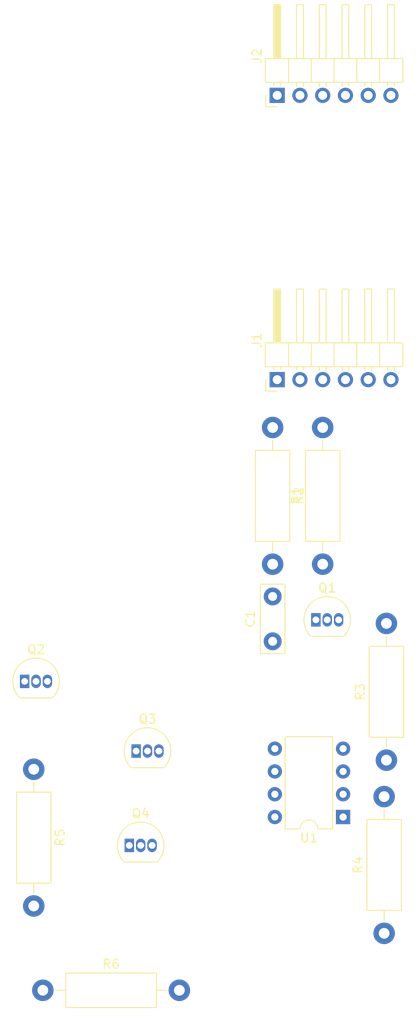
<source format=kicad_pcb>
(kicad_pcb (version 20221018) (generator pcbnew)
  (layers (0 "F.Cu" signal) (31 "B.Cu" signal) (34 "B.Paste" user) (35 "F.Paste" user) (36 "B.SilkS" user "B.Silkscreen") (37 "F.SilkS" user "F.Silkscreen") (38 "B.Mask" user) (39 "F.Mask" user) (44 "Edge.Cuts" user))
  (net 0 "")
  (net 1 "Net-(Q1-C)")
  (net 2 "GND")
  (net 3 "/Vcc")
  (net 4 "/SignalReset")
  (net 5 "/Out555")
  (net 6 "/StairStep")
  (net 7 "/SawTooth")
  (net 8 "Net-(Q1-B)")
  (net 9 "/X")
  (net 10 "Net-(Q2-B)")
  (net 11 "/Y")
  (net 12 "Net-(U1--)")
  (footprint "Capacitor_THT:C_Disc_D7.5mm_W2.5mm_P5.00mm" (layer "F.Cu") (at 70.612 50.252 90)
    (fp_text reference "C1" (at 2.5 -2.5 90) (layer "F.SilkS"))
    (fp_text value "10n")
    (fp_line (start -1.37 -1.37) (end -1.37 1.37) (stroke (width 0.12)) (layer "F.SilkS"))
    (fp_line (start -1.37 -1.37) (end 6.37 -1.37) (stroke (width 0.12)) (layer "F.SilkS"))
    (fp_line (start -1.37 1.37) (end 6.37 1.37) (stroke (width 0.12)) (layer "F.SilkS"))
    (fp_line (start 6.37 -1.37) (end 6.37 1.37) (stroke (width 0.12)) (layer "F.SilkS"))
    (pad "1" thru_hole circle (at 0 0 90) (size 2 2) (drill 1) (layers "*.Cu" "*.Mask") (net 1 "Net-(Q1-C)"))
    (pad "2" thru_hole circle (at 5 0 90) (size 2 2) (drill 1) (layers "*.Cu" "*.Mask") (net 2 "GND"))
  )
  (footprint "Package_TO_SOT_THT:TO-92_Inline" (layer "F.Cu") (at 75.438 47.858)
    (fp_text reference "Q1" (at 1.27 -3.56) (layer "F.SilkS"))
    (fp_text value "BC547")
    (fp_line (start -0.53 1.85) (end 3.07 1.85) (stroke (width 0.12)) (layer "F.SilkS"))
    (fp_arc (start -0.568478 1.838478) (mid -1.132087 -0.994977) (end 1.27 -2.6) (stroke (width 0.12)) (layer "F.SilkS"))
    (fp_arc (start 1.27 -2.6) (mid 3.672087 -0.994977) (end 3.108478 1.838478) (stroke (width 0.12)) (layer "F.SilkS"))
    (pad "1" thru_hole rect (at 0 0) (size 1.05 1.5) (drill 0.75) (layers "*.Cu" "*.Mask") (net 1 "Net-(Q1-C)"))
    (pad "2" thru_hole oval (at 1.27 0) (size 1.05 1.5) (drill 0.75) (layers "*.Cu" "*.Mask") (net 8 "Net-(Q1-B)"))
    (pad "3" thru_hole oval (at 2.54 0) (size 1.05 1.5) (drill 0.75) (layers "*.Cu" "*.Mask") (net 2 "GND"))
  )
  (footprint "Resistor_THT:R_Axial_DIN0411_L9.9mm_D3.6mm_P15.24mm_Horizontal" (layer "F.Cu") (at 43.942 64.516 -90)
    (fp_text reference "R5" (at 7.62 -2.92 90) (layer "F.SilkS"))
    (fp_text value "470k")
    (fp_line (start 1.44 0) (end 2.55 0) (stroke (width 0.12)) (layer "F.SilkS"))
    (fp_line (start 2.55 -1.92) (end 2.55 1.92) (stroke (width 0.12)) (layer "F.SilkS"))
    (fp_line (start 2.55 1.92) (end 12.69 1.92) (stroke (width 0.12)) (layer "F.SilkS"))
    (fp_line (start 12.69 -1.92) (end 2.55 -1.92) (stroke (width 0.12)) (layer "F.SilkS"))
    (fp_line (start 12.69 1.92) (end 12.69 -1.92) (stroke (width 0.12)) (layer "F.SilkS"))
    (fp_line (start 13.8 0) (end 12.69 0) (stroke (width 0.12)) (layer "F.SilkS"))
    (pad "1" thru_hole circle (at 0 0 270) (size 2.4 2.4) (drill 1.2) (layers "*.Cu" "*.Mask") (net 6 "/StairStep"))
    (pad "2" thru_hole oval (at 15.24 0 270) (size 2.4 2.4) (drill 1.2) (layers "*.Cu" "*.Mask") (net 10 "Net-(Q2-B)"))
  )
  (footprint "Package_DIP:DIP-8_W7.62mm" (layer "F.Cu") (at 78.476 69.84 180)
    (fp_text reference "U1" (at 3.81 -2.33) (layer "F.SilkS"))
    (fp_text value "MCP601-xP")
    (fp_line (start 1.16 -1.33) (end 1.16 8.95) (stroke (width 0.12)) (layer "F.SilkS"))
    (fp_line (start 1.16 8.95) (end 6.46 8.95) (stroke (width 0.12)) (layer "F.SilkS"))
    (fp_line (start 2.81 -1.33) (end 1.16 -1.33) (stroke (width 0.12)) (layer "F.SilkS"))
    (fp_line (start 6.46 -1.33) (end 4.81 -1.33) (stroke (width 0.12)) (layer "F.SilkS"))
    (fp_line (start 6.46 8.95) (end 6.46 -1.33) (stroke (width 0.12)) (layer "F.SilkS"))
    (fp_arc (start 4.81 -1.33) (mid 3.81 -0.33) (end 2.81 -1.33) (stroke (width 0.12)) (layer "F.SilkS"))
    (pad "1" thru_hole rect (at 0 0 180) (size 1.6 1.6) (drill 0.8) (layers "*.Cu" "*.Mask"))
    (pad "2" thru_hole oval (at 0 2.54 180) (size 1.6 1.6) (drill 0.8) (layers "*.Cu" "*.Mask") (net 12 "Net-(U1--)"))
    (pad "3" thru_hole oval (at 0 5.08 180) (size 1.6 1.6) (drill 0.8) (layers "*.Cu" "*.Mask") (net 1 "Net-(Q1-C)"))
    (pad "4" thru_hole oval (at 0 7.62 180) (size 1.6 1.6) (drill 0.8) (layers "*.Cu" "*.Mask") (net 2 "GND"))
    (pad "5" thru_hole oval (at 7.62 7.62 180) (size 1.6 1.6) (drill 0.8) (layers "*.Cu" "*.Mask"))
    (pad "6" thru_hole oval (at 7.62 5.08 180) (size 1.6 1.6) (drill 0.8) (layers "*.Cu" "*.Mask") (net 7 "/SawTooth"))
    (pad "7" thru_hole oval (at 7.62 2.54 180) (size 1.6 1.6) (drill 0.8) (layers "*.Cu" "*.Mask") (net 3 "/Vcc"))
    (pad "8" thru_hole oval (at 7.62 0 180) (size 1.6 1.6) (drill 0.8) (layers "*.Cu" "*.Mask"))
  )
  (footprint "Resistor_THT:R_Axial_DIN0411_L9.9mm_D3.6mm_P15.24mm_Horizontal" (layer "F.Cu") (at 70.612 26.416 -90)
    (fp_text reference "R2" (at 7.62 -2.92 90) (layer "F.SilkS"))
    (fp_text value "100k")
    (fp_line (start 1.44 0) (end 2.55 0) (stroke (width 0.12)) (layer "F.SilkS"))
    (fp_line (start 2.55 -1.92) (end 2.55 1.92) (stroke (width 0.12)) (layer "F.SilkS"))
    (fp_line (start 2.55 1.92) (end 12.69 1.92) (stroke (width 0.12)) (layer "F.SilkS"))
    (fp_line (start 12.69 -1.92) (end 2.55 -1.92) (stroke (width 0.12)) (layer "F.SilkS"))
    (fp_line (start 12.69 1.92) (end 12.69 -1.92) (stroke (width 0.12)) (layer "F.SilkS"))
    (fp_line (start 13.8 0) (end 12.69 0) (stroke (width 0.12)) (layer "F.SilkS"))
    (pad "1" thru_hole circle (at 0 0 270) (size 2.4 2.4) (drill 1.2) (layers "*.Cu" "*.Mask") (net 3 "/Vcc"))
    (pad "2" thru_hole oval (at 15.24 0 270) (size 2.4 2.4) (drill 1.2) (layers "*.Cu" "*.Mask") (net 1 "Net-(Q1-C)"))
  )
  (footprint "Resistor_THT:R_Axial_DIN0411_L9.9mm_D3.6mm_P15.24mm_Horizontal" (layer "F.Cu") (at 83.058 82.804 90)
    (fp_text reference "R4" (at 7.62 -2.92 90) (layer "F.SilkS"))
    (fp_text value "10k")
    (fp_line (start 1.44 0) (end 2.55 0) (stroke (width 0.12)) (layer "F.SilkS"))
    (fp_line (start 2.55 -1.92) (end 2.55 1.92) (stroke (width 0.12)) (layer "F.SilkS"))
    (fp_line (start 2.55 1.92) (end 12.69 1.92) (stroke (width 0.12)) (layer "F.SilkS"))
    (fp_line (start 12.69 -1.92) (end 2.55 -1.92) (stroke (width 0.12)) (layer "F.SilkS"))
    (fp_line (start 12.69 1.92) (end 12.69 -1.92) (stroke (width 0.12)) (layer "F.SilkS"))
    (fp_line (start 13.8 0) (end 12.69 0) (stroke (width 0.12)) (layer "F.SilkS"))
    (pad "1" thru_hole circle (at 0 0 90) (size 2.4 2.4) (drill 1.2) (layers "*.Cu" "*.Mask") (net 7 "/SawTooth"))
    (pad "2" thru_hole oval (at 15.24 0 90) (size 2.4 2.4) (drill 1.2) (layers "*.Cu" "*.Mask") (net 12 "Net-(U1--)"))
  )
  (footprint "Package_TO_SOT_THT:TO-92_Inline" (layer "F.Cu") (at 42.926 54.716)
    (fp_text reference "Q2" (at 1.27 -3.56) (layer "F.SilkS"))
    (fp_text value "DUT")
    (fp_line (start -0.53 1.85) (end 3.07 1.85) (stroke (width 0.12)) (layer "F.SilkS"))
    (fp_arc (start -0.568478 1.838478) (mid -1.132087 -0.994977) (end 1.27 -2.6) (stroke (width 0.12)) (layer "F.SilkS"))
    (fp_arc (start 1.27 -2.6) (mid 3.672087 -0.994977) (end 3.108478 1.838478) (stroke (width 0.12)) (layer "F.SilkS"))
    (pad "1" thru_hole rect (at 0 0) (size 1.05 1.5) (drill 0.75) (layers "*.Cu" "*.Mask") (net 9 "/X"))
    (pad "2" thru_hole oval (at 1.27 0) (size 1.05 1.5) (drill 0.75) (layers "*.Cu" "*.Mask") (net 10 "Net-(Q2-B)"))
    (pad "3" thru_hole oval (at 2.54 0) (size 1.05 1.5) (drill 0.75) (layers "*.Cu" "*.Mask") (net 2 "GND"))
  )
  (footprint "Resistor_THT:R_Axial_DIN0411_L9.9mm_D3.6mm_P15.24mm_Horizontal" (layer "F.Cu") (at 76.2 41.656 90)
    (fp_text reference "R1" (at 7.62 -2.92 90) (layer "F.SilkS"))
    (fp_text value "3.9k")
    (fp_line (start 1.44 0) (end 2.55 0) (stroke (width 0.12)) (layer "F.SilkS"))
    (fp_line (start 2.55 -1.92) (end 2.55 1.92) (stroke (width 0.12)) (layer "F.SilkS"))
    (fp_line (start 2.55 1.92) (end 12.69 1.92) (stroke (width 0.12)) (layer "F.SilkS"))
    (fp_line (start 12.69 -1.92) (end 2.55 -1.92) (stroke (width 0.12)) (layer "F.SilkS"))
    (fp_line (start 12.69 1.92) (end 12.69 -1.92) (stroke (width 0.12)) (layer "F.SilkS"))
    (fp_line (start 13.8 0) (end 12.69 0) (stroke (width 0.12)) (layer "F.SilkS"))
    (pad "1" thru_hole circle (at 0 0 90) (size 2.4 2.4) (drill 1.2) (layers "*.Cu" "*.Mask") (net 8 "Net-(Q1-B)"))
    (pad "2" thru_hole oval (at 15.24 0 90) (size 2.4 2.4) (drill 1.2) (layers "*.Cu" "*.Mask") (net 5 "/Out555"))
  )
  (footprint "Package_TO_SOT_THT:TO-92_Inline" (layer "F.Cu") (at 54.61 73.004)
    (fp_text reference "Q4" (at 1.27 -3.56) (layer "F.SilkS"))
    (fp_text value "2N2907")
    (fp_line (start -0.53 1.85) (end 3.07 1.85) (stroke (width 0.12)) (layer "F.SilkS"))
    (fp_arc (start -0.568478 1.838478) (mid -1.132087 -0.994977) (end 1.27 -2.6) (stroke (width 0.12)) (layer "F.SilkS"))
    (fp_arc (start 1.27 -2.6) (mid 3.672087 -0.994977) (end 3.108478 1.838478) (stroke (width 0.12)) (layer "F.SilkS"))
    (pad "1" thru_hole rect (at 0 0) (size 1.05 1.5) (drill 0.75) (layers "*.Cu" "*.Mask") (net 11 "/Y"))
    (pad "2" thru_hole oval (at 1.27 0) (size 1.05 1.5) (drill 0.75) (layers "*.Cu" "*.Mask") (net 9 "/X"))
    (pad "3" thru_hole oval (at 2.54 0) (size 1.05 1.5) (drill 0.75) (layers "*.Cu" "*.Mask") (net 7 "/SawTooth"))
  )
  (footprint "Connector_PinHeader_2.54mm:PinHeader_1x06_P2.54mm_Horizontal" (layer "F.Cu") (at 71.12 21.082 90)
    (fp_text reference "J1" (at 4.385 -2.27 90) (layer "F.SilkS"))
    (fp_text value "Conn_01x06_Pin")
    (fp_line (start -1.27 -1.27) (end 0 -1.27) (stroke (width 0.12)) (layer "F.SilkS"))
    (fp_line (start -1.27 0) (end -1.27 -1.27) (stroke (width 0.12)) (layer "F.SilkS"))
    (fp_line (start 1.042929 2.16) (end 1.44 2.16) (stroke (width 0.12)) (layer "F.SilkS"))
    (fp_line (start 1.042929 2.92) (end 1.44 2.92) (stroke (width 0.12)) (layer "F.SilkS"))
    (fp_line (start 1.042929 4.7) (end 1.44 4.7) (stroke (width 0.12)) (layer "F.SilkS"))
    (fp_line (start 1.042929 5.46) (end 1.44 5.46) (stroke (width 0.12)) (layer "F.SilkS"))
    (fp_line (start 1.042929 7.24) (end 1.44 7.24) (stroke (width 0.12)) (layer "F.SilkS"))
    (fp_line (start 1.042929 8) (end 1.44 8) (stroke (width 0.12)) (layer "F.SilkS"))
    (fp_line (start 1.042929 9.78) (end 1.44 9.78) (stroke (width 0.12)) (layer "F.SilkS"))
    (fp_line (start 1.042929 10.54) (end 1.44 10.54) (stroke (width 0.12)) (layer "F.SilkS"))
    (fp_line (start 1.042929 12.32) (end 1.44 12.32) (stroke (width 0.12)) (layer "F.SilkS"))
    (fp_line (start 1.042929 13.08) (end 1.44 13.08) (stroke (width 0.12)) (layer "F.SilkS"))
    (fp_line (start 1.11 -0.38) (end 1.44 -0.38) (stroke (width 0.12)) (layer "F.SilkS"))
    (fp_line (start 1.11 0.38) (end 1.44 0.38) (stroke (width 0.12)) (layer "F.SilkS"))
    (fp_line (start 1.44 -1.33) (end 1.44 14.03) (stroke (width 0.12)) (layer "F.SilkS"))
    (fp_line (start 1.44 1.27) (end 4.1 1.27) (stroke (width 0.12)) (layer "F.SilkS"))
    (fp_line (start 1.44 3.81) (end 4.1 3.81) (stroke (width 0.12)) (layer "F.SilkS"))
    (fp_line (start 1.44 6.35) (end 4.1 6.35) (stroke (width 0.12)) (layer "F.SilkS"))
    (fp_line (start 1.44 8.89) (end 4.1 8.89) (stroke (width 0.12)) (layer "F.SilkS"))
    (fp_line (start 1.44 11.43) (end 4.1 11.43) (stroke (width 0.12)) (layer "F.SilkS"))
    (fp_line (start 1.44 14.03) (end 4.1 14.03) (stroke (width 0.12)) (layer "F.SilkS"))
    (fp_line (start 4.1 -1.33) (end 1.44 -1.33) (stroke (width 0.12)) (layer "F.SilkS"))
    (fp_line (start 4.1 -0.38) (end 10.1 -0.38) (stroke (width 0.12)) (layer "F.SilkS"))
    (fp_line (start 4.1 -0.32) (end 10.1 -0.32) (stroke (width 0.12)) (layer "F.SilkS"))
    (fp_line (start 4.1 -0.2) (end 10.1 -0.2) (stroke (width 0.12)) (layer "F.SilkS"))
    (fp_line (start 4.1 -0.08) (end 10.1 -0.08) (stroke (width 0.12)) (layer "F.SilkS"))
    (fp_line (start 4.1 0.04) (end 10.1 0.04) (stroke (width 0.12)) (layer "F.SilkS"))
    (fp_line (start 4.1 0.16) (end 10.1 0.16) (stroke (width 0.12)) (layer "F.SilkS"))
    (fp_line (start 4.1 0.28) (end 10.1 0.28) (stroke (width 0.12)) (layer "F.SilkS"))
    (fp_line (start 4.1 2.16) (end 10.1 2.16) (stroke (width 0.12)) (layer "F.SilkS"))
    (fp_line (start 4.1 4.7) (end 10.1 4.7) (stroke (width 0.12)) (layer "F.SilkS"))
    (fp_line (start 4.1 7.24) (end 10.1 7.24) (stroke (width 0.12)) (layer "F.SilkS"))
    (fp_line (start 4.1 9.78) (end 10.1 9.78) (stroke (width 0.12)) (layer "F.SilkS"))
    (fp_line (start 4.1 12.32) (end 10.1 12.32) (stroke (width 0.12)) (layer "F.SilkS"))
    (fp_line (start 4.1 14.03) (end 4.1 -1.33) (stroke (width 0.12)) (layer "F.SilkS"))
    (fp_line (start 10.1 -0.38) (end 10.1 0.38) (stroke (width 0.12)) (layer "F.SilkS"))
    (fp_line (start 10.1 0.38) (end 4.1 0.38) (stroke (width 0.12)) (layer "F.SilkS"))
    (fp_line (start 10.1 2.16) (end 10.1 2.92) (stroke (width 0.12)) (layer "F.SilkS"))
    (fp_line (start 10.1 2.92) (end 4.1 2.92) (stroke (width 0.12)) (layer "F.SilkS"))
    (fp_line (start 10.1 4.7) (end 10.1 5.46) (stroke (width 0.12)) (layer "F.SilkS"))
    (fp_line (start 10.1 5.46) (end 4.1 5.46) (stroke (width 0.12)) (layer "F.SilkS"))
    (fp_line (start 10.1 7.24) (end 10.1 8) (stroke (width 0.12)) (layer "F.SilkS"))
    (fp_line (start 10.1 8) (end 4.1 8) (stroke (width 0.12)) (layer "F.SilkS"))
    (fp_line (start 10.1 9.78) (end 10.1 10.54) (stroke (width 0.12)) (layer "F.SilkS"))
    (fp_line (start 10.1 10.54) (end 4.1 10.54) (stroke (width 0.12)) (layer "F.SilkS"))
    (fp_line (start 10.1 12.32) (end 10.1 13.08) (stroke (width 0.12)) (layer "F.SilkS"))
    (fp_line (start 10.1 13.08) (end 4.1 13.08) (stroke (width 0.12)) (layer "F.SilkS"))
    (pad "1" thru_hole rect (at 0 0 90) (size 1.7 1.7) (drill 1) (layers "*.Cu" "*.Mask") (net 3 "/Vcc"))
    (pad "2" thru_hole oval (at 0 2.54 90) (size 1.7 1.7) (drill 1) (layers "*.Cu" "*.Mask") (net 4 "/SignalReset"))
    (pad "3" thru_hole oval (at 0 5.08 90) (size 1.7 1.7) (drill 1) (layers "*.Cu" "*.Mask") (net 5 "/Out555"))
    (pad "4" thru_hole oval (at 0 7.62 90) (size 1.7 1.7) (drill 1) (layers "*.Cu" "*.Mask") (net 6 "/StairStep"))
    (pad "5" thru_hole oval (at 0 10.16 90) (size 1.7 1.7) (drill 1) (layers "*.Cu" "*.Mask") (net 7 "/SawTooth"))
    (pad "6" thru_hole oval (at 0 12.7 90) (size 1.7 1.7) (drill 1) (layers "*.Cu" "*.Mask") (net 2 "GND"))
  )
  (footprint "Connector_PinHeader_2.54mm:PinHeader_1x06_P2.54mm_Horizontal" (layer "F.Cu") (at 71.12 -10.611 90)
    (fp_text reference "J2" (at 4.385 -2.27 90) (layer "F.SilkS"))
    (fp_text value "Conn_01x06_Pin")
    (fp_line (start -1.27 -1.27) (end 0 -1.27) (stroke (width 0.12)) (layer "F.SilkS"))
    (fp_line (start -1.27 0) (end -1.27 -1.27) (stroke (width 0.12)) (layer "F.SilkS"))
    (fp_line (start 1.042929 2.16) (end 1.44 2.16) (stroke (width 0.12)) (layer "F.SilkS"))
    (fp_line (start 1.042929 2.92) (end 1.44 2.92) (stroke (width 0.12)) (layer "F.SilkS"))
    (fp_line (start 1.042929 4.7) (end 1.44 4.7) (stroke (width 0.12)) (layer "F.SilkS"))
    (fp_line (start 1.042929 5.46) (end 1.44 5.46) (stroke (width 0.12)) (layer "F.SilkS"))
    (fp_line (start 1.042929 7.24) (end 1.44 7.24) (stroke (width 0.12)) (layer "F.SilkS"))
    (fp_line (start 1.042929 8) (end 1.44 8) (stroke (width 0.12)) (layer "F.SilkS"))
    (fp_line (start 1.042929 9.78) (end 1.44 9.78) (stroke (width 0.12)) (layer "F.SilkS"))
    (fp_line (start 1.042929 10.54) (end 1.44 10.54) (stroke (width 0.12)) (layer "F.SilkS"))
    (fp_line (start 1.042929 12.32) (end 1.44 12.32) (stroke (width 0.12)) (layer "F.SilkS"))
    (fp_line (start 1.042929 13.08) (end 1.44 13.08) (stroke (width 0.12)) (layer "F.SilkS"))
    (fp_line (start 1.11 -0.38) (end 1.44 -0.38) (stroke (width 0.12)) (layer "F.SilkS"))
    (fp_line (start 1.11 0.38) (end 1.44 0.38) (stroke (width 0.12)) (layer "F.SilkS"))
    (fp_line (start 1.44 -1.33) (end 1.44 14.03) (stroke (width 0.12)) (layer "F.SilkS"))
    (fp_line (start 1.44 1.27) (end 4.1 1.27) (stroke (width 0.12)) (layer "F.SilkS"))
    (fp_line (start 1.44 3.81) (end 4.1 3.81) (stroke (width 0.12)) (layer "F.SilkS"))
    (fp_line (start 1.44 6.35) (end 4.1 6.35) (stroke (width 0.12)) (layer "F.SilkS"))
    (fp_line (start 1.44 8.89) (end 4.1 8.89) (stroke (width 0.12)) (layer "F.SilkS"))
    (fp_line (start 1.44 11.43) (end 4.1 11.43) (stroke (width 0.12)) (layer "F.SilkS"))
    (fp_line (start 1.44 14.03) (end 4.1 14.03) (stroke (width 0.12)) (layer "F.SilkS"))
    (fp_line (start 4.1 -1.33) (end 1.44 -1.33) (stroke (width 0.12)) (layer "F.SilkS"))
    (fp_line (start 4.1 -0.38) (end 10.1 -0.38) (stroke (width 0.12)) (layer "F.SilkS"))
    (fp_line (start 4.1 -0.32) (end 10.1 -0.32) (stroke (width 0.12)) (layer "F.SilkS"))
    (fp_line (start 4.1 -0.2) (end 10.1 -0.2) (stroke (width 0.12)) (layer "F.SilkS"))
    (fp_line (start 4.1 -0.08) (end 10.1 -0.08) (stroke (width 0.12)) (layer "F.SilkS"))
    (fp_line (start 4.1 0.04) (end 10.1 0.04) (stroke (width 0.12)) (layer "F.SilkS"))
    (fp_line (start 4.1 0.16) (end 10.1 0.16) (stroke (width 0.12)) (layer "F.SilkS"))
    (fp_line (start 4.1 0.28) (end 10.1 0.28) (stroke (width 0.12)) (layer "F.SilkS"))
    (fp_line (start 4.1 2.16) (end 10.1 2.16) (stroke (width 0.12)) (layer "F.SilkS"))
    (fp_line (start 4.1 4.7) (end 10.1 4.7) (stroke (width 0.12)) (layer "F.SilkS"))
    (fp_line (start 4.1 7.24) (end 10.1 7.24) (stroke (width 0.12)) (layer "F.SilkS"))
    (fp_line (start 4.1 9.78) (end 10.1 9.78) (stroke (width 0.12)) (layer "F.SilkS"))
    (fp_line (start 4.1 12.32) (end 10.1 12.32) (stroke (width 0.12)) (layer "F.SilkS"))
    (fp_line (start 4.1 14.03) (end 4.1 -1.33) (stroke (width 0.12)) (layer "F.SilkS"))
    (fp_line (start 10.1 -0.38) (end 10.1 0.38) (stroke (width 0.12)) (layer "F.SilkS"))
    (fp_line (start 10.1 0.38) (end 4.1 0.38) (stroke (width 0.12)) (layer "F.SilkS"))
    (fp_line (start 10.1 2.16) (end 10.1 2.92) (stroke (width 0.12)) (layer "F.SilkS"))
    (fp_line (start 10.1 2.92) (end 4.1 2.92) (stroke (width 0.12)) (layer "F.SilkS"))
    (fp_line (start 10.1 4.7) (end 10.1 5.46) (stroke (width 0.12)) (layer "F.SilkS"))
    (fp_line (start 10.1 5.46) (end 4.1 5.46) (stroke (width 0.12)) (layer "F.SilkS"))
    (fp_line (start 10.1 7.24) (end 10.1 8) (stroke (width 0.12)) (layer "F.SilkS"))
    (fp_line (start 10.1 8) (end 4.1 8) (stroke (width 0.12)) (layer "F.SilkS"))
    (fp_line (start 10.1 9.78) (end 10.1 10.54) (stroke (width 0.12)) (layer "F.SilkS"))
    (fp_line (start 10.1 10.54) (end 4.1 10.54) (stroke (width 0.12)) (layer "F.SilkS"))
    (fp_line (start 10.1 12.32) (end 10.1 13.08) (stroke (width 0.12)) (layer "F.SilkS"))
    (fp_line (start 10.1 13.08) (end 4.1 13.08) (stroke (width 0.12)) (layer "F.SilkS"))
    (pad "1" thru_hole rect (at 0 0 90) (size 1.7 1.7) (drill 1) (layers "*.Cu" "*.Mask") (net 3 "/Vcc"))
    (pad "2" thru_hole oval (at 0 2.54 90) (size 1.7 1.7) (drill 1) (layers "*.Cu" "*.Mask") (net 4 "/SignalReset"))
    (pad "3" thru_hole oval (at 0 5.08 90) (size 1.7 1.7) (drill 1) (layers "*.Cu" "*.Mask") (net 5 "/Out555"))
    (pad "4" thru_hole oval (at 0 7.62 90) (size 1.7 1.7) (drill 1) (layers "*.Cu" "*.Mask") (net 6 "/StairStep"))
    (pad "5" thru_hole oval (at 0 10.16 90) (size 1.7 1.7) (drill 1) (layers "*.Cu" "*.Mask") (net 7 "/SawTooth"))
    (pad "6" thru_hole oval (at 0 12.7 90) (size 1.7 1.7) (drill 1) (layers "*.Cu" "*.Mask") (net 2 "GND"))
  )
  (footprint "Package_TO_SOT_THT:TO-92_Inline" (layer "F.Cu") (at 55.372 62.484)
    (fp_text reference "Q3" (at 1.27 -3.56) (layer "F.SilkS"))
    (fp_text value "2N2907")
    (fp_line (start -0.53 1.85) (end 3.07 1.85) (stroke (width 0.12)) (layer "F.SilkS"))
    (fp_arc (start -0.568478 1.838478) (mid -1.132087 -0.994977) (end 1.27 -2.6) (stroke (width 0.12)) (layer "F.SilkS"))
    (fp_arc (start 1.27 -2.6) (mid 3.672087 -0.994977) (end 3.108478 1.838478) (stroke (width 0.12)) (layer "F.SilkS"))
    (pad "1" thru_hole rect (at 0 0) (size 1.05 1.5) (drill 0.75) (layers "*.Cu" "*.Mask") (net 9 "/X"))
    (pad "2" thru_hole oval (at 1.27 0) (size 1.05 1.5) (drill 0.75) (layers "*.Cu" "*.Mask") (net 9 "/X"))
    (pad "3" thru_hole oval (at 2.54 0) (size 1.05 1.5) (drill 0.75) (layers "*.Cu" "*.Mask") (net 7 "/SawTooth"))
  )
  (footprint "Resistor_THT:R_Axial_DIN0411_L9.9mm_D3.6mm_P15.24mm_Horizontal" (layer "F.Cu") (at 44.958 89.154)
    (fp_text reference "R6" (at 7.62 -2.92) (layer "F.SilkS"))
    (fp_text value "270k")
    (fp_line (start 1.44 0) (end 2.55 0) (stroke (width 0.12)) (layer "F.SilkS"))
    (fp_line (start 2.55 -1.92) (end 2.55 1.92) (stroke (width 0.12)) (layer "F.SilkS"))
    (fp_line (start 2.55 1.92) (end 12.69 1.92) (stroke (width 0.12)) (layer "F.SilkS"))
    (fp_line (start 12.69 -1.92) (end 2.55 -1.92) (stroke (width 0.12)) (layer "F.SilkS"))
    (fp_line (start 12.69 1.92) (end 12.69 -1.92) (stroke (width 0.12)) (layer "F.SilkS"))
    (fp_line (start 13.8 0) (end 12.69 0) (stroke (width 0.12)) (layer "F.SilkS"))
    (pad "1" thru_hole circle (at 0 0) (size 2.4 2.4) (drill 1.2) (layers "*.Cu" "*.Mask") (net 11 "/Y"))
    (pad "2" thru_hole oval (at 15.24 0) (size 2.4 2.4) (drill 1.2) (layers "*.Cu" "*.Mask") (net 2 "GND"))
  )
  (footprint "Resistor_THT:R_Axial_DIN0411_L9.9mm_D3.6mm_P15.24mm_Horizontal" (layer "F.Cu") (at 83.312 63.5 90)
    (fp_text reference "R3" (at 7.62 -2.92 90) (layer "F.SilkS"))
    (fp_text value "3.9k")
    (fp_line (start 1.44 0) (end 2.55 0) (stroke (width 0.12)) (layer "F.SilkS"))
    (fp_line (start 2.55 -1.92) (end 2.55 1.92) (stroke (width 0.12)) (layer "F.SilkS"))
    (fp_line (start 2.55 1.92) (end 12.69 1.92) (stroke (width 0.12)) (layer "F.SilkS"))
    (fp_line (start 12.69 -1.92) (end 2.55 -1.92) (stroke (width 0.12)) (layer "F.SilkS"))
    (fp_line (start 12.69 1.92) (end 12.69 -1.92) (stroke (width 0.12)) (layer "F.SilkS"))
    (fp_line (start 13.8 0) (end 12.69 0) (stroke (width 0.12)) (layer "F.SilkS"))
    (pad "1" thru_hole circle (at 0 0 90) (size 2.4 2.4) (drill 1.2) (layers "*.Cu" "*.Mask") (net 12 "Net-(U1--)"))
    (pad "2" thru_hole oval (at 15.24 0 90) (size 2.4 2.4) (drill 1.2) (layers "*.Cu" "*.Mask") (net 2 "GND"))
  )
)
</source>
